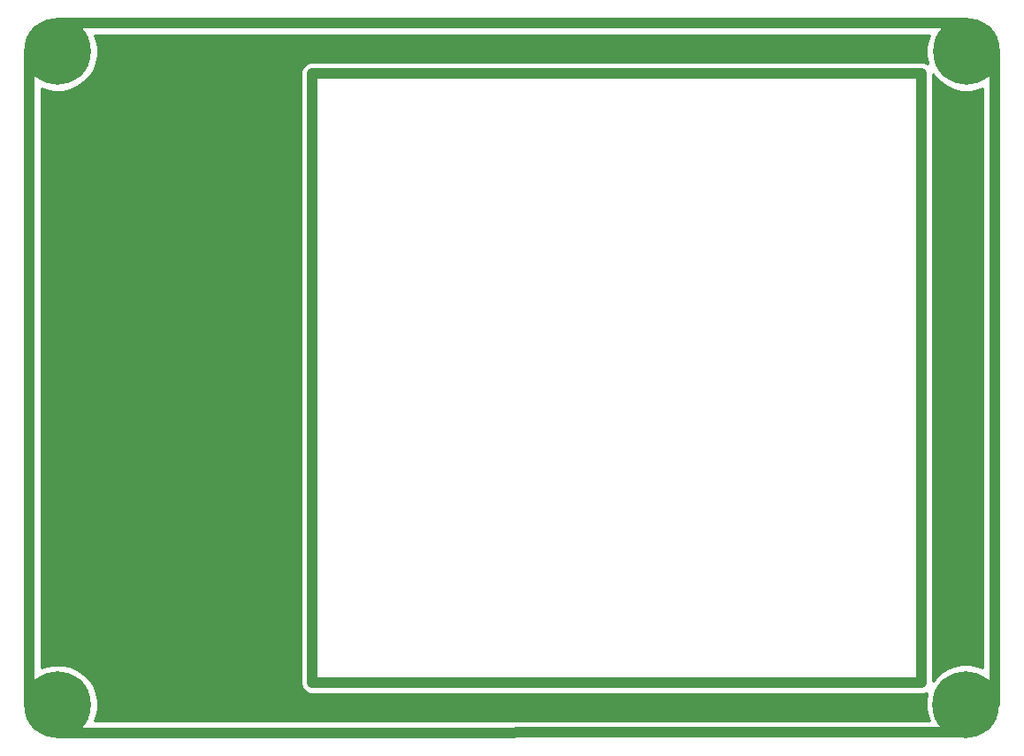
<source format=gtl>
G04 #@! TF.GenerationSoftware,KiCad,Pcbnew,(5.1.10-1-10_14)*
G04 #@! TF.CreationDate,2021-09-20T16:01:33+08:00*
G04 #@! TF.ProjectId,SMP top plate v.2 ,534d5020-746f-4702-9070-6c6174652076,rev?*
G04 #@! TF.SameCoordinates,Original*
G04 #@! TF.FileFunction,Copper,L1,Top*
G04 #@! TF.FilePolarity,Positive*
%FSLAX46Y46*%
G04 Gerber Fmt 4.6, Leading zero omitted, Abs format (unit mm)*
G04 Created by KiCad (PCBNEW (5.1.10-1-10_14)) date 2021-09-20 16:01:33*
%MOMM*%
%LPD*%
G01*
G04 APERTURE LIST*
G04 #@! TA.AperFunction,NonConductor*
%ADD10C,1.000000*%
G04 #@! TD*
G04 #@! TA.AperFunction,ConnectorPad*
%ADD11C,6.400000*%
G04 #@! TD*
G04 #@! TA.AperFunction,ComponentPad*
%ADD12C,3.600000*%
G04 #@! TD*
G04 #@! TA.AperFunction,NonConductor*
%ADD13C,0.254000*%
G04 #@! TD*
G04 #@! TA.AperFunction,NonConductor*
%ADD14C,0.100000*%
G04 #@! TD*
G04 APERTURE END LIST*
D10*
X177551080Y-71074280D02*
X119250460Y-71074280D01*
X177550460Y-71074280D02*
X177550460Y-129367280D01*
X177551080Y-129372360D02*
X119249500Y-129368320D01*
X119249500Y-71074280D02*
X119249500Y-129368320D01*
X94922340Y-134193280D02*
X181737000Y-134165319D01*
X92158820Y-131414520D02*
X92158820Y-69032120D01*
X94919800Y-66255921D02*
X181737000Y-66255921D01*
X184533799Y-131414520D02*
X184533799Y-69032120D01*
D11*
X181787255Y-131465320D03*
D12*
X181787255Y-131465320D03*
D11*
X94858819Y-131490720D03*
D12*
X94858819Y-131490720D03*
D11*
X181833800Y-68955920D03*
D12*
X181833800Y-68955920D03*
D11*
X94869000Y-68955920D03*
D12*
X94869000Y-68955920D03*
D13*
X178146177Y-67837292D02*
X177998800Y-68578205D01*
X177998800Y-69333635D01*
X178146177Y-70074548D01*
X178162592Y-70114178D01*
X177987527Y-70020604D01*
X177773579Y-69955703D01*
X177606832Y-69939280D01*
X177606211Y-69939280D01*
X177550460Y-69933789D01*
X177494708Y-69939280D01*
X119305251Y-69939280D01*
X119249500Y-69933789D01*
X119027001Y-69955703D01*
X118813053Y-70020604D01*
X118615877Y-70125996D01*
X118443051Y-70267831D01*
X118301216Y-70440657D01*
X118195824Y-70637834D01*
X118130923Y-70851782D01*
X118114500Y-71018529D01*
X118114500Y-71028275D01*
X118109969Y-71074280D01*
X118114500Y-71120285D01*
X118114501Y-129312528D01*
X118109010Y-129368241D01*
X118114501Y-129424034D01*
X118114501Y-129424072D01*
X118119625Y-129476093D01*
X118130908Y-129590741D01*
X118130920Y-129590782D01*
X118130924Y-129590819D01*
X118161568Y-129691839D01*
X118195794Y-129804693D01*
X118195814Y-129804730D01*
X118195825Y-129804767D01*
X118247968Y-129902321D01*
X118301173Y-130001877D01*
X118301198Y-130001907D01*
X118301217Y-130001943D01*
X118372516Y-130088821D01*
X118442996Y-130174713D01*
X118443027Y-130174738D01*
X118443052Y-130174769D01*
X118528878Y-130245205D01*
X118615812Y-130316560D01*
X118615848Y-130316579D01*
X118615878Y-130316604D01*
X118715360Y-130369778D01*
X118812980Y-130421965D01*
X118813017Y-130421976D01*
X118813054Y-130421996D01*
X118925830Y-130456206D01*
X119026924Y-130486881D01*
X119026961Y-130486885D01*
X119027002Y-130486897D01*
X119141951Y-130498218D01*
X119193670Y-130503316D01*
X119193708Y-130503316D01*
X119249500Y-130508811D01*
X119305214Y-130503324D01*
X177546275Y-130507359D01*
X177550460Y-130507771D01*
X177554639Y-130507359D01*
X177606753Y-130507363D01*
X177773501Y-130490952D01*
X177987453Y-130426066D01*
X178095309Y-130368426D01*
X177952255Y-131087605D01*
X177952255Y-131843035D01*
X178099632Y-132583948D01*
X178284986Y-133031432D01*
X98360947Y-133057173D01*
X98546442Y-132609348D01*
X98693819Y-131868435D01*
X98693819Y-131113005D01*
X98546442Y-130372092D01*
X98257352Y-129674166D01*
X97837658Y-129046050D01*
X97303489Y-128511881D01*
X96675373Y-128092187D01*
X95977447Y-127803097D01*
X95236534Y-127655720D01*
X94481104Y-127655720D01*
X93740191Y-127803097D01*
X93293820Y-127987990D01*
X93293820Y-72454433D01*
X93750372Y-72643543D01*
X94491285Y-72790920D01*
X95246715Y-72790920D01*
X95987628Y-72643543D01*
X96685554Y-72354453D01*
X97313670Y-71934759D01*
X97847839Y-71400590D01*
X98267533Y-70772474D01*
X98556623Y-70074548D01*
X98704000Y-69333635D01*
X98704000Y-68578205D01*
X98556623Y-67837292D01*
X98371730Y-67390921D01*
X178331070Y-67390921D01*
X178146177Y-67837292D01*
G04 #@! TA.AperFunction,NonConductor*
D14*
G36*
X178146177Y-67837292D02*
G01*
X177998800Y-68578205D01*
X177998800Y-69333635D01*
X178146177Y-70074548D01*
X178162592Y-70114178D01*
X177987527Y-70020604D01*
X177773579Y-69955703D01*
X177606832Y-69939280D01*
X177606211Y-69939280D01*
X177550460Y-69933789D01*
X177494708Y-69939280D01*
X119305251Y-69939280D01*
X119249500Y-69933789D01*
X119027001Y-69955703D01*
X118813053Y-70020604D01*
X118615877Y-70125996D01*
X118443051Y-70267831D01*
X118301216Y-70440657D01*
X118195824Y-70637834D01*
X118130923Y-70851782D01*
X118114500Y-71018529D01*
X118114500Y-71028275D01*
X118109969Y-71074280D01*
X118114500Y-71120285D01*
X118114501Y-129312528D01*
X118109010Y-129368241D01*
X118114501Y-129424034D01*
X118114501Y-129424072D01*
X118119625Y-129476093D01*
X118130908Y-129590741D01*
X118130920Y-129590782D01*
X118130924Y-129590819D01*
X118161568Y-129691839D01*
X118195794Y-129804693D01*
X118195814Y-129804730D01*
X118195825Y-129804767D01*
X118247968Y-129902321D01*
X118301173Y-130001877D01*
X118301198Y-130001907D01*
X118301217Y-130001943D01*
X118372516Y-130088821D01*
X118442996Y-130174713D01*
X118443027Y-130174738D01*
X118443052Y-130174769D01*
X118528878Y-130245205D01*
X118615812Y-130316560D01*
X118615848Y-130316579D01*
X118615878Y-130316604D01*
X118715360Y-130369778D01*
X118812980Y-130421965D01*
X118813017Y-130421976D01*
X118813054Y-130421996D01*
X118925830Y-130456206D01*
X119026924Y-130486881D01*
X119026961Y-130486885D01*
X119027002Y-130486897D01*
X119141951Y-130498218D01*
X119193670Y-130503316D01*
X119193708Y-130503316D01*
X119249500Y-130508811D01*
X119305214Y-130503324D01*
X177546275Y-130507359D01*
X177550460Y-130507771D01*
X177554639Y-130507359D01*
X177606753Y-130507363D01*
X177773501Y-130490952D01*
X177987453Y-130426066D01*
X178095309Y-130368426D01*
X177952255Y-131087605D01*
X177952255Y-131843035D01*
X178099632Y-132583948D01*
X178284986Y-133031432D01*
X98360947Y-133057173D01*
X98546442Y-132609348D01*
X98693819Y-131868435D01*
X98693819Y-131113005D01*
X98546442Y-130372092D01*
X98257352Y-129674166D01*
X97837658Y-129046050D01*
X97303489Y-128511881D01*
X96675373Y-128092187D01*
X95977447Y-127803097D01*
X95236534Y-127655720D01*
X94481104Y-127655720D01*
X93740191Y-127803097D01*
X93293820Y-127987990D01*
X93293820Y-72454433D01*
X93750372Y-72643543D01*
X94491285Y-72790920D01*
X95246715Y-72790920D01*
X95987628Y-72643543D01*
X96685554Y-72354453D01*
X97313670Y-71934759D01*
X97847839Y-71400590D01*
X98267533Y-70772474D01*
X98556623Y-70074548D01*
X98704000Y-69333635D01*
X98704000Y-68578205D01*
X98556623Y-67837292D01*
X98371730Y-67390921D01*
X178331070Y-67390921D01*
X178146177Y-67837292D01*
G37*
G04 #@! TD.AperFunction*
D13*
X178854961Y-71400590D02*
X179389130Y-71934759D01*
X180017246Y-72354453D01*
X180715172Y-72643543D01*
X181456085Y-72790920D01*
X182211515Y-72790920D01*
X182952428Y-72643543D01*
X183398800Y-72458650D01*
X183398799Y-127981869D01*
X182905883Y-127777697D01*
X182164970Y-127630320D01*
X181409540Y-127630320D01*
X180668627Y-127777697D01*
X179970701Y-128066787D01*
X179342585Y-128486481D01*
X178808416Y-129020650D01*
X178685460Y-129204667D01*
X178685460Y-71146914D01*
X178854961Y-71400590D01*
G04 #@! TA.AperFunction,NonConductor*
D14*
G36*
X178854961Y-71400590D02*
G01*
X179389130Y-71934759D01*
X180017246Y-72354453D01*
X180715172Y-72643543D01*
X181456085Y-72790920D01*
X182211515Y-72790920D01*
X182952428Y-72643543D01*
X183398800Y-72458650D01*
X183398799Y-127981869D01*
X182905883Y-127777697D01*
X182164970Y-127630320D01*
X181409540Y-127630320D01*
X180668627Y-127777697D01*
X179970701Y-128066787D01*
X179342585Y-128486481D01*
X178808416Y-129020650D01*
X178685460Y-129204667D01*
X178685460Y-71146914D01*
X178854961Y-71400590D01*
G37*
G04 #@! TD.AperFunction*
M02*

</source>
